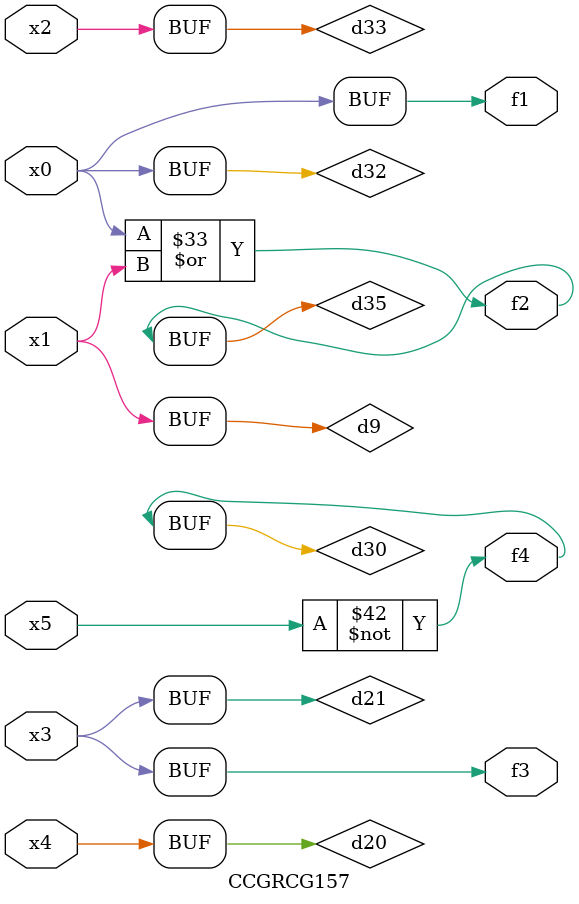
<source format=v>
module CCGRCG157( x0, x1, x2, x3, x4, x5, f1, f2, f3, f4 );

	input x0, x1, x2, x3, x4, x5;
	output f1, f2, f3, f4;

	wire d1, d2, d3, d4, d5, d6, d7, d8, d9, d10, d11, d12, d13, d14, d15, d16, d17, d18, d19, d20, d21, d22, d23, d24, d25, d26, d27, d28, d29, d30, d31, d32, d33, d34, d35, d36, d37, d38;

	xnor (d1, x0, x2);
	and (d2, x2, x3);
	xor (d3, x1, x5);
	xor (d4, x0, x3);
	xor (d5, x1, x4);
	and (d6, x0, x2);
	xor (d7, x1, x5);
	not (d8, x0);
	buf (d9, x1);
	not (d10, x1);
	xor (d11, x0, x3);
	not (d12, x3);
	and (d13, x3, x4);
	and (d14, x0, x5);
	nand (d15, x2);
	nand (d16, x2, x4);
	xnor (d17, x0, x4);
	xnor (d18, x2, x3);
	not (d19, x2);
	buf (d20, x4);
	buf (d21, x3);
	nor (d22, x2, x3);
	nor (d23, x0);
	nor (d24, x3, x4);
	or (d25, x0, x2);
	or (d26, x3, x4);
	and (d27, x0, x3);
	xor (d28, x0, x4);
	and (d29, x1, x5);
	not (d30, x5);
	nor (d31, x1, x3);
	and (d32, x0);
	xor (d33, x2);
	xnor (d34, x2, x4);
	or (d35, x0, x1);
	xnor (d36, x1);
	nand (d37, x0, x3);
	xor (d38, x0, x1);
	assign f1 = d32;
	assign f2 = d35;
	assign f3 = d21;
	assign f4 = d30;
endmodule

</source>
